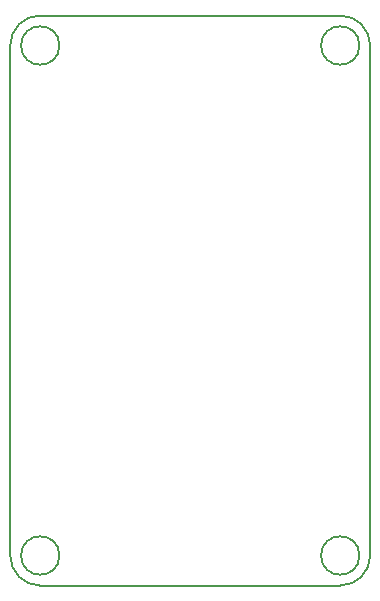
<source format=gbr>
%TF.GenerationSoftware,KiCad,Pcbnew,(5.1.9-0-10_14)*%
%TF.CreationDate,2021-03-09T11:41:36-05:00*%
%TF.ProjectId,Antoinette_PowerBank,416e746f-696e-4657-9474-655f506f7765,rev?*%
%TF.SameCoordinates,Original*%
%TF.FileFunction,Profile,NP*%
%FSLAX46Y46*%
G04 Gerber Fmt 4.6, Leading zero omitted, Abs format (unit mm)*
G04 Created by KiCad (PCBNEW (5.1.9-0-10_14)) date 2021-03-09 11:41:36*
%MOMM*%
%LPD*%
G01*
G04 APERTURE LIST*
%TA.AperFunction,Profile*%
%ADD10C,0.200000*%
%TD*%
G04 APERTURE END LIST*
D10*
X99682033Y-32274001D02*
G75*
G03*
X99682033Y-32274001I-1625600J0D01*
G01*
X99682033Y-75454000D02*
G75*
G03*
X99682033Y-75454000I-1625600J0D01*
G01*
X74282034Y-75454000D02*
G75*
G03*
X74282034Y-75454000I-1625600J0D01*
G01*
X72656434Y-29734001D02*
X98056433Y-29734001D01*
X72656434Y-77994000D02*
G75*
G02*
X70116434Y-75454000I0J2540000D01*
G01*
X98056433Y-29734001D02*
G75*
G02*
X100596433Y-32274001I0J-2540000D01*
G01*
X100596433Y-75454000D02*
X100596433Y-32274001D01*
X70116434Y-75454000D02*
X70116434Y-32274001D01*
X74282034Y-32274001D02*
G75*
G03*
X74282034Y-32274001I-1625600J0D01*
G01*
X72656434Y-77994000D02*
X98056433Y-77994000D01*
X70116434Y-32274001D02*
G75*
G02*
X72656434Y-29734001I2540000J0D01*
G01*
X100596433Y-75454000D02*
G75*
G02*
X98056433Y-77994000I-2540000J0D01*
G01*
M02*

</source>
